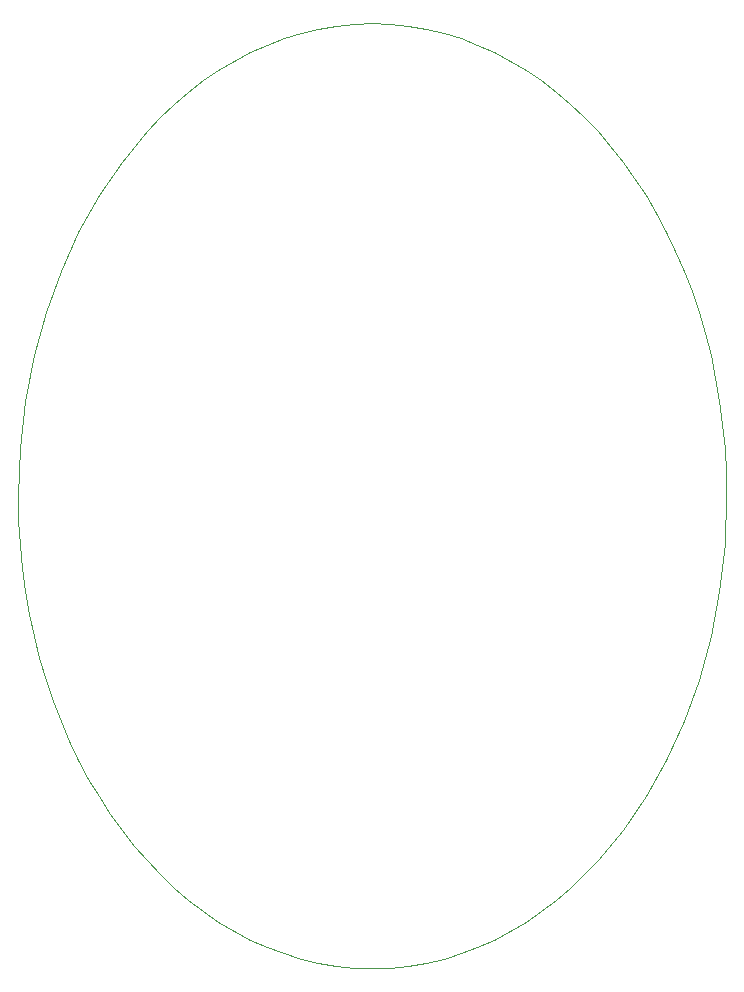
<source format=gbr>
%TF.GenerationSoftware,KiCad,Pcbnew,6.0.1+dfsg-1~bpo11+1*%
%TF.CreationDate,2022-01-30T15:20:29-08:00*%
%TF.ProjectId,Stator,53746174-6f72-42e6-9b69-6361645f7063,rev?*%
%TF.SameCoordinates,Original*%
%TF.FileFunction,Profile,NP*%
%FSLAX46Y46*%
G04 Gerber Fmt 4.6, Leading zero omitted, Abs format (unit mm)*
G04 Created by KiCad (PCBNEW 6.0.1+dfsg-1~bpo11+1) date 2022-01-30 15:20:29*
%MOMM*%
%LPD*%
G01*
G04 APERTURE LIST*
%TA.AperFunction,Profile*%
%ADD10C,0.009999*%
%TD*%
G04 APERTURE END LIST*
D10*
X80000000Y-59999992D02*
X79845113Y-64089760D01*
X79845113Y-64089760D02*
X79390507Y-68061387D01*
X79390507Y-68061387D02*
X78651259Y-71894768D01*
X78651259Y-71894768D02*
X77642451Y-75569796D01*
X77642451Y-75569796D02*
X76379162Y-79066365D01*
X76379162Y-79066365D02*
X74876471Y-82364370D01*
X74876471Y-82364370D02*
X73149458Y-85443703D01*
X73149458Y-85443703D02*
X71213203Y-88284259D01*
X71213203Y-88284259D02*
X69082786Y-90865932D01*
X69082786Y-90865932D02*
X67949478Y-92053404D01*
X67949478Y-92053404D02*
X66773285Y-93168615D01*
X66773285Y-93168615D02*
X65556091Y-94209052D01*
X65556091Y-94209052D02*
X64299781Y-95172202D01*
X64299781Y-95172202D02*
X63006241Y-96055552D01*
X63006241Y-96055552D02*
X61677354Y-96856587D01*
X61677354Y-96856587D02*
X60315006Y-97572796D01*
X60315006Y-97572796D02*
X58921082Y-98201665D01*
X58921082Y-98201665D02*
X57497467Y-98740679D01*
X57497467Y-98740679D02*
X56046046Y-99187327D01*
X56046046Y-99187327D02*
X54568704Y-99539095D01*
X54568704Y-99539095D02*
X53067326Y-99793469D01*
X53067326Y-99793469D02*
X51543796Y-99947937D01*
X51543796Y-99947937D02*
X50000000Y-99999985D01*
X50000000Y-99999985D02*
X48456204Y-99947937D01*
X48456204Y-99947937D02*
X46932674Y-99793469D01*
X46932674Y-99793469D02*
X45431296Y-99539095D01*
X45431296Y-99539095D02*
X43953954Y-99187327D01*
X43953954Y-99187327D02*
X42502533Y-98740679D01*
X42502533Y-98740679D02*
X41078918Y-98201665D01*
X41078918Y-98201665D02*
X39684994Y-97572796D01*
X39684994Y-97572796D02*
X38322646Y-96856587D01*
X38322646Y-96856587D02*
X36993759Y-96055552D01*
X36993759Y-96055552D02*
X35700219Y-95172202D01*
X35700219Y-95172202D02*
X34443909Y-94209052D01*
X34443909Y-94209052D02*
X33226715Y-93168615D01*
X33226715Y-93168615D02*
X32050522Y-92053404D01*
X32050522Y-92053404D02*
X30917214Y-90865932D01*
X30917214Y-90865932D02*
X29828678Y-89608713D01*
X29828678Y-89608713D02*
X28786797Y-88284259D01*
X28786797Y-88284259D02*
X27793456Y-86895085D01*
X27793456Y-86895085D02*
X26850542Y-85443703D01*
X26850542Y-85443703D02*
X25959937Y-83932627D01*
X25959937Y-83932627D02*
X25123529Y-82364370D01*
X25123529Y-82364370D02*
X24343201Y-80741445D01*
X24343201Y-80741445D02*
X23620838Y-79066365D01*
X23620838Y-79066365D02*
X22958326Y-77341644D01*
X22958326Y-77341644D02*
X22357549Y-75569796D01*
X22357549Y-75569796D02*
X21820392Y-73753332D01*
X21820392Y-73753332D02*
X21348741Y-71894768D01*
X21348741Y-71894768D02*
X20944479Y-69996615D01*
X20944479Y-69996615D02*
X20609493Y-68061387D01*
X20609493Y-68061387D02*
X20345667Y-66091597D01*
X20345667Y-66091597D02*
X20154887Y-64089760D01*
X20154887Y-64089760D02*
X20039036Y-62058387D01*
X20039036Y-62058387D02*
X20000000Y-59999992D01*
X20000000Y-59999992D02*
X20154887Y-55910225D01*
X20154887Y-55910225D02*
X20609493Y-51938598D01*
X20609493Y-51938598D02*
X21348741Y-48105218D01*
X21348741Y-48105218D02*
X22357549Y-44430190D01*
X22357549Y-44430190D02*
X23620838Y-40933620D01*
X23620838Y-40933620D02*
X25123529Y-37635616D01*
X25123529Y-37635616D02*
X26850542Y-34556282D01*
X26850542Y-34556282D02*
X28786797Y-31715726D01*
X28786797Y-31715726D02*
X30917214Y-29134053D01*
X30917214Y-29134053D02*
X32050522Y-27946581D01*
X32050522Y-27946581D02*
X33226715Y-26831370D01*
X33226715Y-26831370D02*
X34443909Y-25790933D01*
X34443909Y-25790933D02*
X35700219Y-24827783D01*
X35700219Y-24827783D02*
X36993759Y-23944433D01*
X36993759Y-23944433D02*
X38322646Y-23143398D01*
X38322646Y-23143398D02*
X39684994Y-22427189D01*
X39684994Y-22427189D02*
X41078918Y-21798320D01*
X41078918Y-21798320D02*
X42502533Y-21259306D01*
X42502533Y-21259306D02*
X43953954Y-20812658D01*
X43953954Y-20812658D02*
X45431296Y-20460890D01*
X45431296Y-20460890D02*
X46932674Y-20206515D01*
X46932674Y-20206515D02*
X48456204Y-20052048D01*
X48456204Y-20052048D02*
X50000000Y-20000000D01*
X50000000Y-20000000D02*
X51543796Y-20052048D01*
X51543796Y-20052048D02*
X53067326Y-20206515D01*
X53067326Y-20206515D02*
X54568704Y-20460890D01*
X54568704Y-20460890D02*
X56046046Y-20812658D01*
X56046046Y-20812658D02*
X57497467Y-21259306D01*
X57497467Y-21259306D02*
X58921082Y-21798320D01*
X58921082Y-21798320D02*
X60315006Y-22427189D01*
X60315006Y-22427189D02*
X61677354Y-23143398D01*
X61677354Y-23143398D02*
X63006241Y-23944433D01*
X63006241Y-23944433D02*
X64299781Y-24827783D01*
X64299781Y-24827783D02*
X65556091Y-25790933D01*
X65556091Y-25790933D02*
X66773285Y-26831370D01*
X66773285Y-26831370D02*
X67949478Y-27946581D01*
X67949478Y-27946581D02*
X69082786Y-29134053D01*
X69082786Y-29134053D02*
X70171322Y-30391273D01*
X70171322Y-30391273D02*
X71213203Y-31715726D01*
X71213203Y-31715726D02*
X72206544Y-33104900D01*
X72206544Y-33104900D02*
X73149458Y-34556282D01*
X73149458Y-34556282D02*
X74040063Y-36067359D01*
X74040063Y-36067359D02*
X74876471Y-37635616D01*
X74876471Y-37635616D02*
X75656799Y-39258541D01*
X75656799Y-39258541D02*
X76379162Y-40933620D01*
X76379162Y-40933620D02*
X77041674Y-42658341D01*
X77041674Y-42658341D02*
X77642451Y-44430190D01*
X77642451Y-44430190D02*
X78179608Y-46246653D01*
X78179608Y-46246653D02*
X78651259Y-48105218D01*
X78651259Y-48105218D02*
X79055521Y-50003371D01*
X79055521Y-50003371D02*
X79390507Y-51938598D01*
X79390507Y-51938598D02*
X79654333Y-53908388D01*
X79654333Y-53908388D02*
X79845113Y-55910225D01*
X79845113Y-55910225D02*
X79960964Y-57941598D01*
X79960964Y-57941598D02*
X80000000Y-59999992D01*
X80000000Y-59999992D02*
X80000000Y-59999992D01*
M02*

</source>
